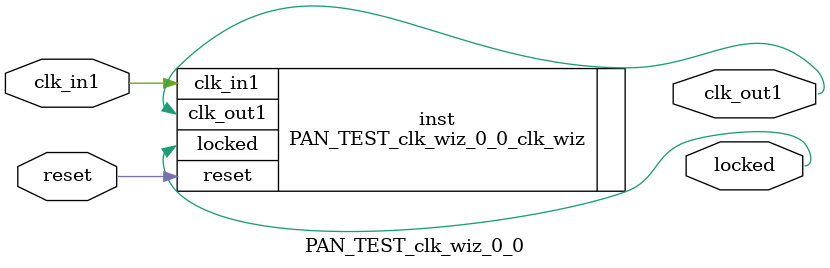
<source format=v>


`timescale 1ps/1ps

(* CORE_GENERATION_INFO = "PAN_TEST_clk_wiz_0_0,clk_wiz_v6_0_13_0_0,{component_name=PAN_TEST_clk_wiz_0_0,use_phase_alignment=false,use_min_o_jitter=false,use_max_i_jitter=false,use_dyn_phase_shift=false,use_inclk_switchover=false,use_dyn_reconfig=false,enable_axi=0,feedback_source=FDBK_AUTO,PRIMITIVE=MMCM,num_out_clk=1,clkin1_period=5.000,clkin2_period=10.0,use_power_down=false,use_reset=true,use_locked=true,use_inclk_stopped=false,feedback_type=SINGLE,CLOCK_MGR_TYPE=NA,manual_override=false}" *)

module PAN_TEST_clk_wiz_0_0 
 (
  // Clock out ports
  output        clk_out1,
  // Status and control signals
  input         reset,
  output        locked,
 // Clock in ports
  input         clk_in1
 );

  PAN_TEST_clk_wiz_0_0_clk_wiz inst
  (
  // Clock out ports  
  .clk_out1(clk_out1),
  // Status and control signals               
  .reset(reset), 
  .locked(locked),
 // Clock in ports
  .clk_in1(clk_in1)
  );

endmodule

</source>
